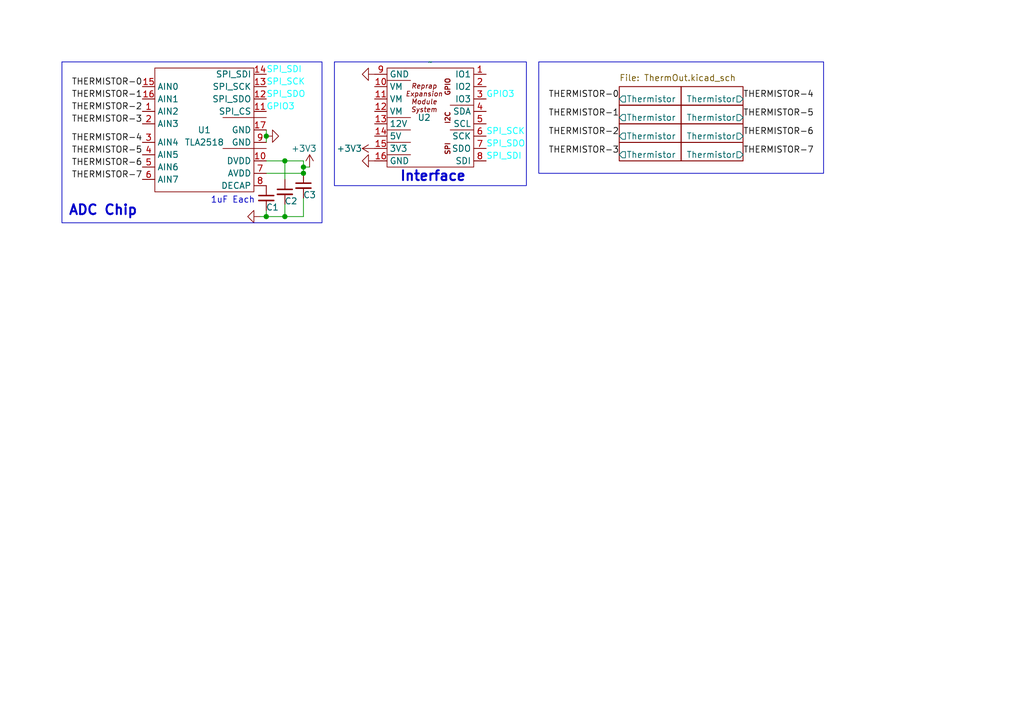
<source format=kicad_sch>
(kicad_sch (version 20231120) (generator "eeschema") (generator_version "8.0")
  (paper "A5")
  (title_block (title "TLA2517 REMS Module") (date "2024-03-22") (rev "V1") (company "Pera") (comment 2 "CERN-OHL-v2-S") (comment 3 "https://github.com/comradef191/REMS"))
  (lib_symbols
    (symbol "CustomSymbols:REMS Slot" (exclude_from_sim yes) (in_bom no) (on_board no)
      (property "Reference" "U" (at -1.27 0 0))
      (symbol "REMS Slot_1_1"
        (rectangle (start -8.89 10.16) (end 8.89 -10.16))
        (polyline (pts (xy -8.89 -7.62) (xy -4.064 -7.62)))
        (polyline (pts (xy -8.89 -5.08) (xy -4.064 -5.08)))
        (polyline (pts (xy -8.89 -2.54) (xy -4.064 -2.54)))
        (polyline (pts (xy -8.89 0) (xy -4.064 0)))
        (polyline (pts (xy -8.89 7.62) (xy -4.064 7.62)))
        (polyline (pts (xy 4.064 -2.54) (xy 8.89 -2.54)))
        (polyline (pts (xy 4.064 2.54) (xy 8.89 2.54)))
        (text "GPIO" (at 3.556 6.35 900) (effects (font (size 1 1) (bold yes))))
        (text "I2C" (at 3.556 0 900) (effects (font (size 1 1) (bold yes))))
        (text "Reprap\nExpansion\nModule\nSystem" (at -1.27 4.064 0) (effects (font (size 1 1) (italic yes))))
        (text "SPI" (at 3.556 -6.35 900) (effects (font (size 1 1) (bold yes))))
        (pin input line (at 11.43 8.89 180) (length 2.54) (name "IO1") (number "1"))
        (pin input line (at -11.43 6.35 0) (length 2.54) (name "VM") (number "10"))
        (pin input line (at -11.43 3.81 0) (length 2.54) (name "VM") (number "11"))
        (pin input line (at -11.43 1.27 0) (length 2.54) (name "VM") (number "12"))
        (pin input line (at -11.43 -1.27 0) (length 2.54) (name "12V") (number "13"))
        (pin input line (at -11.43 -3.81 0) (length 2.54) (name "5V") (number "14"))
        (pin input line (at -11.43 -6.35 0) (length 2.54) (name "3V3") (number "15"))
        (pin input line (at -11.43 -8.89 0) (length 2.54) (name "GND") (number "16"))
        (pin input line (at 11.43 6.35 180) (length 2.54) (name "IO2") (number "2"))
        (pin input line (at 11.43 3.81 180) (length 2.54) (name "IO3") (number "3"))
        (pin input line (at 11.43 1.27 180) (length 2.54) (name "SDA") (number "4"))
        (pin input line (at 11.43 -1.27 180) (length 2.54) (name "SCL") (number "5"))
        (pin input line (at 11.43 -3.81 180) (length 2.54) (name "SCK") (number "6"))
        (pin input line (at 11.43 -6.35 180) (length 2.54) (name "SDO") (number "7"))
        (pin input line (at 11.43 -8.89 180) (length 2.54) (name "SDI") (number "8"))
        (pin input line (at -11.43 8.89 0) (length 2.54) (name "GND") (number "9"))
      )
    )
    (symbol "Device:C_Small" (pin_numbers hide) (pin_names (offset 0.254) hide)
      (property "Reference" "C" (at 0.254 1.778 0))
      (property "Value" "C_Small" (at 0.254 -2.032 0))
      (symbol "C_Small_0_1"
        (polyline (pts (xy -1.524 -0.508) (xy 1.524 -0.508)) (stroke (width 0.3302)))
        (polyline (pts (xy -1.524 0.508) (xy 1.524 0.508)) (stroke (width 0.3048)))
      )
      (symbol "C_Small_1_1"
        (pin passive line (at 0 2.54 270) (length 2.032) (name "~") (number "1"))
        (pin passive line (at 0 -2.54 90) (length 2.032) (name "~") (number "2"))
      )
    )
    (symbol "TLA2518_ADC_Chip_1"
      (property "Reference" "U" (at 0 0 0))
      (symbol "TLA2518_ADC_Chip_1_0_1"
        (rectangle (start -10.16 12.7) (end 10.16 -12.7))
        (polyline (pts (xy 3.81 2.54) (xy 12.7 2.54)))
        (polyline (pts (xy 12.7 -3.81) (xy 3.81 -3.81)))
      )
      (symbol "TLA2518_ADC_Chip_1_1_0"
        (pin input line (at 12.7 8.89 180) (length 2.54) (name "SPI_SCK") (number "13"))
        (pin input line (at 12.7 11.43 180) (length 2.54) (name "SPI_SDI") (number "14"))
      )
      (symbol "TLA2518_ADC_Chip_1_1_1"
        (pin input line (at -12.7 3.81 0) (length 2.54) (name "AIN2") (number "1"))
        (pin power_in line (at 12.7 -6.35 180) (length 2.54) (name "DVDD") (number "10"))
        (pin input line (at 12.7 3.81 180) (length 2.54) (name "SPI_CS") (number "11"))
        (pin input line (at 12.7 6.35 180) (length 2.54) (name "SPI_SDO") (number "12"))
        (pin input line (at -12.7 8.89 0) (length 2.54) (name "AIN0") (number "15"))
        (pin input line (at -12.7 6.35 0) (length 2.54) (name "AIN1") (number "16"))
        (pin power_out line (at 12.7 0 180) (length 2.54) (name "GND") (number "17"))
        (pin input line (at -12.7 1.27 0) (length 2.54) (name "AIN3") (number "2"))
        (pin input line (at -12.7 -2.54 0) (length 2.54) (name "AIN4") (number "3"))
        (pin input line (at -12.7 -5.08 0) (length 2.54) (name "AIN5") (number "4"))
        (pin input line (at -12.7 -7.62 0) (length 2.54) (name "AIN6") (number "5"))
        (pin input line (at -12.7 -10.16 0) (length 2.54) (name "AIN7") (number "6"))
        (pin power_in line (at 12.7 -8.89 180) (length 2.54) (name "AVDD") (number "7"))
        (pin input line (at 12.7 -11.43 180) (length 2.54) (name "DECAP") (number "8"))
        (pin power_out line (at 12.7 -2.54 180) (length 2.54) (name "GND") (number "9"))
      )
    )
    (symbol "power:+3V3" (power) (pin_names (offset 0))
      (property "Value" "+3V3" (at 0 3.556 0))
      (symbol "+3V3_0_1"
        (polyline (pts (xy -0.762 1.27) (xy 0 2.54)))
        (polyline (pts (xy 0 0) (xy 0 2.54)))
        (polyline (pts (xy 0 2.54) (xy 0.762 1.27)))
      )
      (symbol "+3V3_1_1"
        (pin power_in line (at 0 0 90) (length 0) hide (name "+3V3") (number "1"))
      )
    )
    (symbol "power:GND" (power) (pin_names (offset 0))
      (property "Value" "GND" (at 0 -3.81 0))
      (symbol "GND_0_1"
        (polyline (pts (xy 0 0) (xy 0 -1.27) (xy 1.27 -1.27) (xy 0 -2.54) (xy -1.27 -1.27) (xy 0 -1.27)))
      )
      (symbol "GND_1_1"
        (pin power_in line (at 0 0 270) (length 0) hide (name "GND") (number "1"))
      )
    )
  )
  (junction (at 58.42 33.02))
  (junction (at 62.23 35.56))
  (junction (at 62.23 34.29))
  (junction (at 58.42 44.45))
  (junction (at 54.61 44.45))
  (junction (at 54.61 27.94))
  (wire (pts (xy 62.23 33.02) (xy 62.23 34.29)))
  (wire (pts (xy 62.23 34.29) (xy 63.5 34.29)))
  (wire (pts (xy 54.61 26.67) (xy 54.61 27.94)))
  (wire (pts (xy 58.42 33.02) (xy 62.23 33.02)))
  (wire (pts (xy 54.61 27.94) (xy 54.61 29.21)))
  (wire (pts (xy 53.34 44.45) (xy 54.61 44.45)))
  (wire (pts (xy 58.42 41.91) (xy 58.42 44.45)))
  (wire (pts (xy 54.61 44.45) (xy 58.42 44.45)))
  (wire (pts (xy 58.42 44.45) (xy 62.23 44.45)))
  (wire (pts (xy 54.61 43.18) (xy 54.61 44.45)))
  (wire (pts (xy 58.42 33.02) (xy 58.42 36.83)))
  (wire (pts (xy 62.23 34.29) (xy 62.23 35.56)))
  (wire (pts (xy 54.61 33.02) (xy 58.42 33.02)))
  (wire (pts (xy 62.23 40.64) (xy 62.23 44.45)))
  (wire (pts (xy 54.61 35.56) (xy 62.23 35.56)))
  (rectangle (start 68.58 12.7) (end 107.95 38.1))
  (rectangle (start 12.7 12.7) (end 66.04 45.72))
  (rectangle (start 110.49 12.7) (end 168.91 35.56))
  (text "ADC Chip" (at 13.97 44.45 0) (effects (font (size 2 2) (thickness 0.4) (bold yes)) (justify left bottom)))
  (text "Interface" (at 81.915 37.465 0) (effects (font (size 2 2) (thickness 0.4) (bold yes)) (justify left bottom)))
  (text "1uF Each" (at 43.18 41.91 0) (effects (font (size 1.27 1.27)) (justify left bottom)))
  (label "THERMISTOR-5" (at 29.21 31.75 180))
  (label "THERMISTOR-1" (at 127 24.13 180))
  (label "THERMISTOR-5" (at 152.4 24.13 0))
  (label "THERMISTOR-7" (at 29.21 36.83 180))
  (label "SPI_SDO" (at 54.61 20.32 0))
  (label "THERMISTOR-7" (at 152.4 31.75 0))
  (label "THERMISTOR-3" (at 29.21 25.4 180))
  (label "GPIO3" (at 99.695 20.32 0))
  (label "GPIO3" (at 54.61 22.86 0))
  (label "THERMISTOR-4" (at 29.21 29.21 180))
  (label "SPI_SDI" (at 54.61 15.24 0))
  (label "THERMISTOR-6" (at 152.4 27.94 0))
  (label "THERMISTOR-2" (at 127 27.94 180))
  (label "THERMISTOR-3" (at 127 31.75 180))
  (label "THERMISTOR-0" (at 29.21 17.78 180))
  (label "SPI_SDI" (at 99.695 33.02 0))
  (label "THERMISTOR-0" (at 127 20.32 180))
  (label "THERMISTOR-6" (at 29.21 34.29 180))
  (label "SPI_SCK" (at 54.61 17.78 0))
  (label "THERMISTOR-4" (at 152.4 20.32 0))
  (label "SPI_SDO" (at 99.695 30.48 0))
  (label "THERMISTOR-2" (at 29.21 22.86 180))
  (label "SPI_SCK" (at 99.695 27.94 0))
  (label "THERMISTOR-1" (at 29.21 20.32 180))
  (symbol (lib_id "power:GND") (at 54.61 27.94 90) (unit 1)
    (property "Reference" "#PWR02" (effects (hide yes)))
    (property "Value" "GND" (effects (hide yes)))
  )
  (symbol (lib_name "TLA2518_ADC_Chip_1") (lib_id "CustomSymbols:TLA2518_ADC_Chip") (at 41.91 26.67 0) (unit 1)
    (property "Reference" "U1" (at 41.91 26.67 0))
    (property "Value" "TLA2518" (at 41.91 29.21 0))
    (property "Footprint" "CustomFootprints:TLA2518" (effects (hide yes)))
  )
  (symbol (lib_id "Device:C_Small") (at 58.42 39.37 0) (unit 1)
    (property "Reference" "C2" (at 59.69 41.275 0))
    (property "Value" "1uF" (effects (hide yes)))
    (property "Footprint" "Capacitor_SMD:C_0603_1608Metric" (effects (hide yes)))
  )
  (symbol (lib_id "power:GND") (at 76.835 33.02 270) (unit 1)
    (property "Reference" "#PWR028" (effects (hide yes)))
    (property "Value" "GND" (effects (hide yes)))
  )
  (symbol (lib_id "CustomSymbols:REMS Slot") (at 88.265 24.13 0) (unit 1)
    (property "Reference" "U2" (at 86.995 24.13 0))
    (property "Value" "~" (at 88.265 12.7 0))
    (property "Footprint" "CustomFootprints:REMS Stick" (effects (hide yes)))
  )
  (symbol (lib_id "power:GND") (at 53.34 44.45 270) (unit 1)
    (property "Reference" "#PWR01" (effects (hide yes)))
    (property "Value" "GND" (effects (hide yes)))
  )
  (symbol (lib_id "power:+3V3") (at 76.835 30.48 90) (unit 1)
    (property "Reference" "#PWR020" (effects (hide yes)))
    (property "Value" "+3V3" (at 74.295 30.48 90) (effects (justify left)))
  )
  (symbol (lib_id "power:GND") (at 76.835 15.24 270) (unit 1)
    (property "Reference" "#PWR021" (effects (hide yes)))
    (property "Value" "GND" (effects (hide yes)))
  )
  (symbol (lib_id "Device:C_Small") (at 62.23 38.1 0) (unit 1)
    (property "Reference" "C3" (at 63.5 40.005 0))
    (property "Value" "1uF" (effects (hide yes)))
    (property "Footprint" "Capacitor_SMD:C_0603_1608Metric" (effects (hide yes)))
  )
  (symbol (lib_id "power:+3V3") (at 63.5 34.29 0) (unit 1)
    (property "Reference" "#PWR03" (effects (hide yes)))
    (property "Value" "+3V3" (at 59.69 30.48 0) (effects (justify left)))
  )
  (symbol (lib_id "Device:C_Small") (at 54.61 40.64 0) (unit 1)
    (property "Reference" "C1" (at 55.88 42.545 0))
    (property "Value" "1uF" (effects (hide yes)))
    (property "Footprint" "Capacitor_SMD:C_0603_1608Metric" (effects (hide yes)))
  )
  (sheet (at 127 25.4) (size 12.7 3.81) (stroke (width 0.1524))
    (property "Sheetname" "Thermistor-Output2" (effects (hide yes)))
    (property "Sheetfile" "ThermOut.kicad_sch" (effects (hide yes)))
    (pin "Thermistor" output (at 127 27.94 180))
  )
  (sheet (at 139.7 25.4) (size 12.7 3.81) (stroke (width 0.1524))
    (property "Sheetname" "Thermistor-Output6" (effects (hide yes)))
    (property "Sheetfile" "ThermOut.kicad_sch" (effects (hide yes)))
    (pin "Thermistor" output (at 152.4 27.94 0))
  )
  (sheet (at 139.7 21.59) (size 12.7 3.81) (stroke (width 0.1524))
    (property "Sheetname" "Thermistor-Output5" (effects (hide yes)))
    (property "Sheetfile" "ThermOut.kicad_sch" (effects (hide yes)))
    (pin "Thermistor" output (at 152.4 24.13 0))
  )
  (sheet (at 127 21.59) (size 12.7 3.81) (stroke (width 0.1524))
    (property "Sheetname" "Thermistor-Output1" (effects (hide yes)))
    (property "Sheetfile" "ThermOut.kicad_sch" (effects (hide yes)))
    (pin "Thermistor" output (at 127 24.13 180))
  )
  (sheet (at 127 17.78) (size 12.7 3.81) (stroke (width 0.1524))
    (property "Sheetname" "Thermistor-Output" (effects (hide yes)))
    (property "Sheetfile" "ThermOut.kicad_sch" (at 127 15.24 0) (effects (justify left top)))
    (pin "Thermistor" output (at 127 20.32 180))
  )
  (sheet (at 127 29.21) (size 12.7 3.81) (stroke (width 0.1524))
    (property "Sheetname" "Thermistor-Output3" (effects (hide yes)))
    (property "Sheetfile" "ThermOut.kicad_sch" (effects (hide yes)))
    (pin "Thermistor" output (at 127 31.75 180))
  )
  (sheet (at 139.7 29.21) (size 12.7 3.81) (stroke (width 0.1524))
    (property "Sheetname" "Thermistor-Output7" (effects (hide yes)))
    (property "Sheetfile" "ThermOut.kicad_sch" (effects (hide yes)))
    (pin "Thermistor" output (at 152.4 31.75 0))
  )
  (sheet (at 139.7 17.78) (size 12.7 3.81) (stroke (width 0.1524))
    (property "Sheetname" "Thermistor-Output4" (effects (hide yes)))
    (property "Sheetfile" "ThermOut.kicad_sch" (effects (hide yes)))
    (pin "Thermistor" output (at 152.4 20.32 0))
  )
)
</source>
